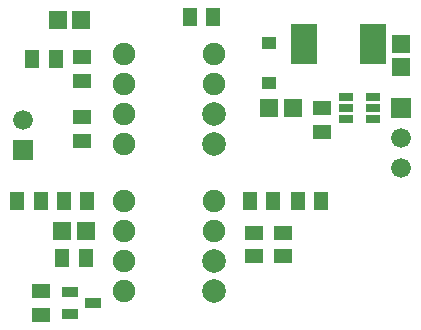
<source format=gts>
G04 Layer: TopSolderMaskLayer*
G04 EasyEDA v6.5.47, 2024-12-22 15:22:41*
G04 e1e7952599984f8b88d5fc9924ef2239,3d6967793dfb4ab392e21a473a945d40,10*
G04 Gerber Generator version 0.2*
G04 Scale: 100 percent, Rotated: No, Reflected: No *
G04 Dimensions in millimeters *
G04 leading zeros omitted , absolute positions ,4 integer and 5 decimal *
%FSLAX45Y45*%
%MOMM*%

%AMMACRO1*4,1,8,-0.7261,-0.7258,-0.7558,-0.6958,-0.7558,0.6961,-0.7261,0.7258,0.7258,0.7258,0.7558,0.6961,0.7558,-0.6958,0.7258,-0.7258,-0.7261,-0.7258,0*%
%AMMACRO2*4,1,8,-0.7262,-0.7258,-0.7559,-0.6958,-0.7559,0.6961,-0.7262,0.7258,0.7259,0.7258,0.7559,0.6961,0.7559,-0.6958,0.7259,-0.7258,-0.7262,-0.7258,0*%
%AMMACRO3*4,1,8,-0.6961,-0.7558,-0.7258,-0.7258,-0.7258,0.7261,-0.6961,0.7558,0.6958,0.7558,0.7258,0.7261,0.7258,-0.7258,0.6958,-0.7558,-0.6961,-0.7558,0*%
%AMMACRO4*4,1,8,-0.6961,-0.7559,-0.7258,-0.7259,-0.7258,0.7262,-0.6961,0.7559,0.6958,0.7559,0.7258,0.7262,0.7258,-0.7259,0.6958,-0.7559,-0.6961,-0.7559,0*%
%AMMACRO5*4,1,8,-0.5961,-0.5258,-0.6259,-0.4958,-0.6259,0.4961,-0.5961,0.5258,0.5959,0.5258,0.6259,0.4961,0.6259,-0.4958,0.5959,-0.5258,-0.5961,-0.5258,0*%
%AMMACRO6*4,1,8,-0.8085,-0.8382,-0.8382,-0.8082,-0.8382,0.8085,-0.8085,0.8382,0.8082,0.8382,0.8382,0.8085,0.8382,-0.8082,0.8082,-0.8382,-0.8085,-0.8382,0*%
%AMMACRO7*4,1,8,-1.096,-1.7108,-1.1257,-1.6808,-1.1257,1.6811,-1.096,1.7108,1.0958,1.7108,1.1257,1.6811,1.1257,-1.6808,1.0958,-1.7108,-1.096,-1.7108,0*%
%AMMACRO8*4,1,8,-0.5874,-0.7394,-0.6171,-0.7094,-0.6171,0.7097,-0.5874,0.7394,0.5871,0.7394,0.6171,0.7097,0.6171,-0.7094,0.5871,-0.7394,-0.5874,-0.7394,0*%
%AMMACRO9*4,1,8,-0.7097,-0.6171,-0.7394,-0.5871,-0.7394,0.5874,-0.7097,0.6171,0.7094,0.6171,0.7394,0.5874,0.7394,-0.5871,0.7094,-0.6171,-0.7097,-0.6171,0*%
%AMMACRO10*4,1,8,-0.6462,-0.4008,-0.6759,-0.3708,-0.6759,0.3711,-0.6462,0.4008,0.6459,0.4008,0.6759,0.3711,0.6759,-0.3708,0.6459,-0.4008,-0.6462,-0.4008,0*%
%AMMACRO11*4,1,8,-0.557,-0.3167,-0.5867,-0.2868,-0.5867,0.287,-0.557,0.3167,0.5568,0.3167,0.5867,0.287,0.5867,-0.2868,0.5568,-0.3167,-0.557,-0.3167,0*%
%ADD10MACRO1*%
%ADD11MACRO2*%
%ADD12MACRO3*%
%ADD13MACRO4*%
%ADD14MACRO5*%
%ADD15MACRO6*%
%ADD16C,1.6764*%
%ADD17MACRO7*%
%ADD18MACRO8*%
%ADD19MACRO9*%
%ADD20MACRO10*%
%ADD21MACRO11*%
%ADD22C,1.9016*%
%ADD23C,2.0066*%

%LPD*%
D10*
G01*
X3935412Y5016487D03*
D11*
G01*
X3735400Y5016487D03*
D12*
G01*
X4851412Y5360987D03*
D13*
G01*
X4851412Y5560999D03*
D11*
G01*
X1982800Y3975087D03*
D10*
G01*
X2182812Y3975087D03*
G01*
X2144712Y5765787D03*
D11*
G01*
X1944700Y5765787D03*
D14*
G01*
X3733800Y5566740D03*
G01*
X3733800Y5228259D03*
D15*
G01*
X1651000Y4660900D03*
D16*
G01*
X1651000Y4914900D03*
G01*
X4851400Y4508500D03*
G01*
X4851400Y4762500D03*
D15*
G01*
X4851400Y5016500D03*
D17*
G01*
X4609287Y5562587D03*
G01*
X4026712Y5562587D03*
D18*
G01*
X1995487Y4229100D03*
G01*
X2195512Y4229100D03*
G01*
X1601787Y4229100D03*
G01*
X1801812Y4229100D03*
G01*
X3262312Y5791200D03*
G01*
X3062287Y5791200D03*
D19*
G01*
X1803400Y3465512D03*
G01*
X1803400Y3265487D03*
D18*
G01*
X1982787Y3746500D03*
G01*
X2182812Y3746500D03*
D19*
G01*
X3848100Y3760787D03*
G01*
X3848100Y3960812D03*
G01*
X3606800Y3960812D03*
G01*
X3606800Y3760787D03*
G01*
X2146300Y5246687D03*
G01*
X2146300Y5446712D03*
G01*
X2146300Y4738687D03*
G01*
X2146300Y4938712D03*
D18*
G01*
X3770312Y4229100D03*
G01*
X3570287Y4229100D03*
G01*
X4176712Y4229100D03*
G01*
X3976687Y4229100D03*
G01*
X1928812Y5435600D03*
G01*
X1728787Y5435600D03*
D19*
G01*
X4178300Y4814887D03*
G01*
X4178300Y5014912D03*
D20*
G01*
X2046300Y3460496D03*
G01*
X2046300Y3270503D03*
G01*
X2246299Y3365500D03*
D21*
G01*
X4380890Y5111496D03*
G01*
X4380890Y5016500D03*
G01*
X4380890Y4921504D03*
G01*
X4610709Y4921504D03*
G01*
X4610709Y5016500D03*
G01*
X4610709Y5111496D03*
D22*
G01*
X2501900Y4229100D03*
G01*
X2501900Y3975100D03*
G01*
X2501900Y3721100D03*
G01*
X2501900Y3467100D03*
D23*
G01*
X3263900Y3467100D03*
D22*
G01*
X3263900Y3975100D03*
G01*
X3263900Y4229100D03*
D23*
G01*
X3263900Y3721100D03*
D22*
G01*
X2501900Y5473700D03*
G01*
X2501900Y5219700D03*
G01*
X2501900Y4965700D03*
G01*
X2501900Y4711700D03*
D23*
G01*
X3263900Y4711700D03*
D22*
G01*
X3263900Y5219700D03*
G01*
X3263900Y5473700D03*
D23*
G01*
X3263900Y4965700D03*
M02*

</source>
